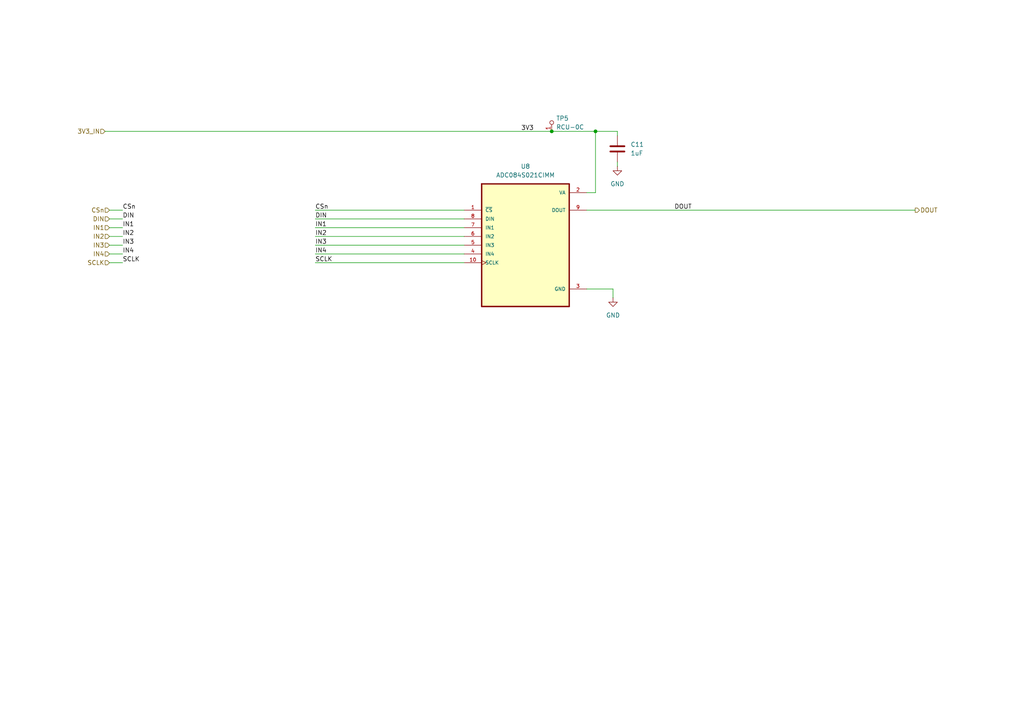
<source format=kicad_sch>
(kicad_sch
	(version 20231120)
	(generator "eeschema")
	(generator_version "8.0")
	(uuid "383ba6ed-a51a-4127-b880-682bf9cb4a48")
	(paper "A4")
	(lib_symbols
		(symbol "ADC084S021CIMM:ADC084S021CIMM"
			(pin_names
				(offset 1.016)
			)
			(exclude_from_sim no)
			(in_bom yes)
			(on_board yes)
			(property "Reference" "U"
				(at -12.7 18.78 0)
				(effects
					(font
						(size 1.27 1.27)
					)
					(justify left bottom)
				)
			)
			(property "Value" "ADC084S021CIMM"
				(at -12.7 -21.78 0)
				(effects
					(font
						(size 1.27 1.27)
					)
					(justify left bottom)
				)
			)
			(property "Footprint" "ADC084S021CIMM:SOP50P490X110-10N"
				(at 0 0 0)
				(effects
					(font
						(size 1.27 1.27)
					)
					(justify bottom)
					(hide yes)
				)
			)
			(property "Datasheet" ""
				(at 0 0 0)
				(effects
					(font
						(size 1.27 1.27)
					)
					(hide yes)
				)
			)
			(property "Description" ""
				(at 0 0 0)
				(effects
					(font
						(size 1.27 1.27)
					)
					(hide yes)
				)
			)
			(property "MF" "Texas Instruments"
				(at 0 0 0)
				(effects
					(font
						(size 1.27 1.27)
					)
					(justify bottom)
					(hide yes)
				)
			)
			(property "Description_1" "\n                        \n                            4 Channel, 50 ksps to 200 Ksps, 8-Bit A/D Converter\n                        \n"
				(at 0 0 0)
				(effects
					(font
						(size 1.27 1.27)
					)
					(justify bottom)
					(hide yes)
				)
			)
			(property "Package" "VSSOP-10 Texas Instruments"
				(at 0 0 0)
				(effects
					(font
						(size 1.27 1.27)
					)
					(justify bottom)
					(hide yes)
				)
			)
			(property "Price" "None"
				(at 0 0 0)
				(effects
					(font
						(size 1.27 1.27)
					)
					(justify bottom)
					(hide yes)
				)
			)
			(property "SnapEDA_Link" "https://www.snapeda.com/parts/ADC084S021CIMM/NOPB/Texas+Instruments/view-part/?ref=snap"
				(at 0 0 0)
				(effects
					(font
						(size 1.27 1.27)
					)
					(justify bottom)
					(hide yes)
				)
			)
			(property "MP" "ADC084S021CIMM/NOPB"
				(at 0 0 0)
				(effects
					(font
						(size 1.27 1.27)
					)
					(justify bottom)
					(hide yes)
				)
			)
			(property "Availability" "In Stock"
				(at 0 0 0)
				(effects
					(font
						(size 1.27 1.27)
					)
					(justify bottom)
					(hide yes)
				)
			)
			(property "Check_prices" "https://www.snapeda.com/parts/ADC084S021CIMM/NOPB/Texas+Instruments/view-part/?ref=eda"
				(at 0 0 0)
				(effects
					(font
						(size 1.27 1.27)
					)
					(justify bottom)
					(hide yes)
				)
			)
			(symbol "ADC084S021CIMM_0_0"
				(rectangle
					(start -12.7 -17.78)
					(end 12.7 17.78)
					(stroke
						(width 0.41)
						(type default)
					)
					(fill
						(type background)
					)
				)
				(pin input line
					(at -17.78 10.16 0)
					(length 5.08)
					(name "~{CS}"
						(effects
							(font
								(size 1.016 1.016)
							)
						)
					)
					(number "1"
						(effects
							(font
								(size 1.016 1.016)
							)
						)
					)
				)
				(pin input clock
					(at -17.78 -5.08 0)
					(length 5.08)
					(name "SCLK"
						(effects
							(font
								(size 1.016 1.016)
							)
						)
					)
					(number "10"
						(effects
							(font
								(size 1.016 1.016)
							)
						)
					)
				)
				(pin power_in line
					(at 17.78 15.24 180)
					(length 5.08)
					(name "VA"
						(effects
							(font
								(size 1.016 1.016)
							)
						)
					)
					(number "2"
						(effects
							(font
								(size 1.016 1.016)
							)
						)
					)
				)
				(pin power_in line
					(at 17.78 -12.7 180)
					(length 5.08)
					(name "GND"
						(effects
							(font
								(size 1.016 1.016)
							)
						)
					)
					(number "3"
						(effects
							(font
								(size 1.016 1.016)
							)
						)
					)
				)
				(pin input line
					(at -17.78 -2.54 0)
					(length 5.08)
					(name "IN4"
						(effects
							(font
								(size 1.016 1.016)
							)
						)
					)
					(number "4"
						(effects
							(font
								(size 1.016 1.016)
							)
						)
					)
				)
				(pin input line
					(at -17.78 0 0)
					(length 5.08)
					(name "IN3"
						(effects
							(font
								(size 1.016 1.016)
							)
						)
					)
					(number "5"
						(effects
							(font
								(size 1.016 1.016)
							)
						)
					)
				)
				(pin input line
					(at -17.78 2.54 0)
					(length 5.08)
					(name "IN2"
						(effects
							(font
								(size 1.016 1.016)
							)
						)
					)
					(number "6"
						(effects
							(font
								(size 1.016 1.016)
							)
						)
					)
				)
				(pin input line
					(at -17.78 5.08 0)
					(length 5.08)
					(name "IN1"
						(effects
							(font
								(size 1.016 1.016)
							)
						)
					)
					(number "7"
						(effects
							(font
								(size 1.016 1.016)
							)
						)
					)
				)
				(pin input line
					(at -17.78 7.62 0)
					(length 5.08)
					(name "DIN"
						(effects
							(font
								(size 1.016 1.016)
							)
						)
					)
					(number "8"
						(effects
							(font
								(size 1.016 1.016)
							)
						)
					)
				)
				(pin output line
					(at 17.78 10.16 180)
					(length 5.08)
					(name "DOUT"
						(effects
							(font
								(size 1.016 1.016)
							)
						)
					)
					(number "9"
						(effects
							(font
								(size 1.016 1.016)
							)
						)
					)
				)
			)
		)
		(symbol "Device:C"
			(pin_numbers hide)
			(pin_names
				(offset 0.254)
			)
			(exclude_from_sim no)
			(in_bom yes)
			(on_board yes)
			(property "Reference" "C"
				(at 0.635 2.54 0)
				(effects
					(font
						(size 1.27 1.27)
					)
					(justify left)
				)
			)
			(property "Value" "C"
				(at 0.635 -2.54 0)
				(effects
					(font
						(size 1.27 1.27)
					)
					(justify left)
				)
			)
			(property "Footprint" ""
				(at 0.9652 -3.81 0)
				(effects
					(font
						(size 1.27 1.27)
					)
					(hide yes)
				)
			)
			(property "Datasheet" "~"
				(at 0 0 0)
				(effects
					(font
						(size 1.27 1.27)
					)
					(hide yes)
				)
			)
			(property "Description" "Unpolarized capacitor"
				(at 0 0 0)
				(effects
					(font
						(size 1.27 1.27)
					)
					(hide yes)
				)
			)
			(property "ki_keywords" "cap capacitor"
				(at 0 0 0)
				(effects
					(font
						(size 1.27 1.27)
					)
					(hide yes)
				)
			)
			(property "ki_fp_filters" "C_*"
				(at 0 0 0)
				(effects
					(font
						(size 1.27 1.27)
					)
					(hide yes)
				)
			)
			(symbol "C_0_1"
				(polyline
					(pts
						(xy -2.032 -0.762) (xy 2.032 -0.762)
					)
					(stroke
						(width 0.508)
						(type default)
					)
					(fill
						(type none)
					)
				)
				(polyline
					(pts
						(xy -2.032 0.762) (xy 2.032 0.762)
					)
					(stroke
						(width 0.508)
						(type default)
					)
					(fill
						(type none)
					)
				)
			)
			(symbol "C_1_1"
				(pin passive line
					(at 0 3.81 270)
					(length 2.794)
					(name "~"
						(effects
							(font
								(size 1.27 1.27)
							)
						)
					)
					(number "1"
						(effects
							(font
								(size 1.27 1.27)
							)
						)
					)
				)
				(pin passive line
					(at 0 -3.81 90)
					(length 2.794)
					(name "~"
						(effects
							(font
								(size 1.27 1.27)
							)
						)
					)
					(number "2"
						(effects
							(font
								(size 1.27 1.27)
							)
						)
					)
				)
			)
		)
		(symbol "dk_Test-Points:RCU-0C"
			(pin_names
				(offset 1.016)
			)
			(exclude_from_sim no)
			(in_bom yes)
			(on_board yes)
			(property "Reference" "TP"
				(at -2.54 1.27 0)
				(effects
					(font
						(size 1.27 1.27)
					)
					(justify right)
				)
			)
			(property "Value" "RCU-0C"
				(at 0 -2.54 0)
				(effects
					(font
						(size 1.27 1.27)
					)
				)
			)
			(property "Footprint" "digikey-footprints:PROBE_PAD_0603"
				(at 5.08 5.08 0)
				(effects
					(font
						(size 1.524 1.524)
					)
					(justify left)
					(hide yes)
				)
			)
			(property "Datasheet" "https://www.te.com/commerce/DocumentDelivery/DDEController?Action=srchrtrv&DocNm=1773266&DocType=DS&DocLang=English"
				(at 5.08 7.62 0)
				(effects
					(font
						(size 1.524 1.524)
					)
					(justify left)
					(hide yes)
				)
			)
			(property "Description" "PC TEST POINT NATURAL"
				(at 0 0 0)
				(effects
					(font
						(size 1.27 1.27)
					)
					(hide yes)
				)
			)
			(property "Digi-Key_PN" "A106145CT-ND"
				(at 5.08 10.16 0)
				(effects
					(font
						(size 1.524 1.524)
					)
					(justify left)
					(hide yes)
				)
			)
			(property "MPN" "RCU-0C"
				(at 5.08 12.7 0)
				(effects
					(font
						(size 1.524 1.524)
					)
					(justify left)
					(hide yes)
				)
			)
			(property "Category" "Test and Measurement"
				(at 5.08 15.24 0)
				(effects
					(font
						(size 1.524 1.524)
					)
					(justify left)
					(hide yes)
				)
			)
			(property "Family" "Test Points"
				(at 5.08 17.78 0)
				(effects
					(font
						(size 1.524 1.524)
					)
					(justify left)
					(hide yes)
				)
			)
			(property "DK_Datasheet_Link" "https://www.te.com/commerce/DocumentDelivery/DDEController?Action=srchrtrv&DocNm=1773266&DocType=DS&DocLang=English"
				(at 5.08 20.32 0)
				(effects
					(font
						(size 1.524 1.524)
					)
					(justify left)
					(hide yes)
				)
			)
			(property "DK_Detail_Page" "/product-detail/en/te-connectivity-amp-connectors/RCU-0C/A106145CT-ND/3477802"
				(at 5.08 22.86 0)
				(effects
					(font
						(size 1.524 1.524)
					)
					(justify left)
					(hide yes)
				)
			)
			(property "Description_1" "PC TEST POINT NATURAL"
				(at 5.08 25.4 0)
				(effects
					(font
						(size 1.524 1.524)
					)
					(justify left)
					(hide yes)
				)
			)
			(property "Manufacturer" "TE Connectivity AMP Connectors"
				(at 5.08 27.94 0)
				(effects
					(font
						(size 1.524 1.524)
					)
					(justify left)
					(hide yes)
				)
			)
			(property "Status" "Active"
				(at 5.08 30.48 0)
				(effects
					(font
						(size 1.524 1.524)
					)
					(justify left)
					(hide yes)
				)
			)
			(property "ki_keywords" "A106145CT-ND RC, CGS"
				(at 0 0 0)
				(effects
					(font
						(size 1.27 1.27)
					)
					(hide yes)
				)
			)
			(symbol "RCU-0C_0_1"
				(circle
					(center 0 0)
					(radius 0.5588)
					(stroke
						(width 0)
						(type solid)
					)
					(fill
						(type none)
					)
				)
			)
			(symbol "RCU-0C_1_1"
				(pin passive line
					(at 0 2.54 270)
					(length 1.905)
					(name "~"
						(effects
							(font
								(size 1.27 1.27)
							)
						)
					)
					(number "1"
						(effects
							(font
								(size 1.27 1.27)
							)
						)
					)
				)
			)
		)
		(symbol "power:GND"
			(power)
			(pin_numbers hide)
			(pin_names
				(offset 0) hide)
			(exclude_from_sim no)
			(in_bom yes)
			(on_board yes)
			(property "Reference" "#PWR"
				(at 0 -6.35 0)
				(effects
					(font
						(size 1.27 1.27)
					)
					(hide yes)
				)
			)
			(property "Value" "GND"
				(at 0 -3.81 0)
				(effects
					(font
						(size 1.27 1.27)
					)
				)
			)
			(property "Footprint" ""
				(at 0 0 0)
				(effects
					(font
						(size 1.27 1.27)
					)
					(hide yes)
				)
			)
			(property "Datasheet" ""
				(at 0 0 0)
				(effects
					(font
						(size 1.27 1.27)
					)
					(hide yes)
				)
			)
			(property "Description" "Power symbol creates a global label with name \"GND\" , ground"
				(at 0 0 0)
				(effects
					(font
						(size 1.27 1.27)
					)
					(hide yes)
				)
			)
			(property "ki_keywords" "global power"
				(at 0 0 0)
				(effects
					(font
						(size 1.27 1.27)
					)
					(hide yes)
				)
			)
			(symbol "GND_0_1"
				(polyline
					(pts
						(xy 0 0) (xy 0 -1.27) (xy 1.27 -1.27) (xy 0 -2.54) (xy -1.27 -1.27) (xy 0 -1.27)
					)
					(stroke
						(width 0)
						(type default)
					)
					(fill
						(type none)
					)
				)
			)
			(symbol "GND_1_1"
				(pin power_in line
					(at 0 0 270)
					(length 0)
					(name "~"
						(effects
							(font
								(size 1.27 1.27)
							)
						)
					)
					(number "1"
						(effects
							(font
								(size 1.27 1.27)
							)
						)
					)
				)
			)
		)
	)
	(junction
		(at 172.72 38.1)
		(diameter 0)
		(color 0 0 0 0)
		(uuid "8b1e6150-2350-438b-81d5-f95a45b13ede")
	)
	(junction
		(at 160.02 38.1)
		(diameter 0)
		(color 0 0 0 0)
		(uuid "8d9322c6-f2f3-4eba-921e-304a5f2a55e9")
	)
	(wire
		(pts
			(xy 30.48 38.1) (xy 160.02 38.1)
		)
		(stroke
			(width 0)
			(type default)
		)
		(uuid "04d81ec9-c7e9-4d38-b00d-674c52a6d318")
	)
	(wire
		(pts
			(xy 31.75 60.96) (xy 35.56 60.96)
		)
		(stroke
			(width 0)
			(type default)
		)
		(uuid "1e259706-12fe-49bb-8743-64382e404320")
	)
	(wire
		(pts
			(xy 91.44 73.66) (xy 134.62 73.66)
		)
		(stroke
			(width 0)
			(type default)
		)
		(uuid "203b9790-86f5-44c3-9d82-396e4b96cfce")
	)
	(wire
		(pts
			(xy 160.02 38.1) (xy 172.72 38.1)
		)
		(stroke
			(width 0)
			(type default)
		)
		(uuid "264200c0-85ee-4251-a1b8-3ba67b8c9494")
	)
	(wire
		(pts
			(xy 31.75 73.66) (xy 35.56 73.66)
		)
		(stroke
			(width 0)
			(type default)
		)
		(uuid "325a1320-d2f1-4ad5-a167-809eaee6ea6a")
	)
	(wire
		(pts
			(xy 170.18 83.82) (xy 177.8 83.82)
		)
		(stroke
			(width 0)
			(type default)
		)
		(uuid "32755ced-d87b-4253-8328-513b845b75ed")
	)
	(wire
		(pts
			(xy 31.75 76.2) (xy 35.56 76.2)
		)
		(stroke
			(width 0)
			(type default)
		)
		(uuid "346cb326-9194-49a9-8f0d-a566529511f5")
	)
	(wire
		(pts
			(xy 91.44 68.58) (xy 134.62 68.58)
		)
		(stroke
			(width 0)
			(type default)
		)
		(uuid "35bda774-7435-42fa-baa1-0ec3cb931c74")
	)
	(wire
		(pts
			(xy 177.8 83.82) (xy 177.8 86.36)
		)
		(stroke
			(width 0)
			(type default)
		)
		(uuid "392555ea-8eb5-4d69-b6a9-b3a87488dc5d")
	)
	(wire
		(pts
			(xy 172.72 55.88) (xy 170.18 55.88)
		)
		(stroke
			(width 0)
			(type default)
		)
		(uuid "41741512-a08a-42aa-89dc-64c341b2a079")
	)
	(wire
		(pts
			(xy 91.44 76.2) (xy 134.62 76.2)
		)
		(stroke
			(width 0)
			(type default)
		)
		(uuid "605c0b80-052f-49ff-8a0c-3451eed992f1")
	)
	(wire
		(pts
			(xy 91.44 66.04) (xy 134.62 66.04)
		)
		(stroke
			(width 0)
			(type default)
		)
		(uuid "6b372b69-5353-4ee6-bdcb-8a83eff546bf")
	)
	(wire
		(pts
			(xy 179.07 39.37) (xy 179.07 38.1)
		)
		(stroke
			(width 0)
			(type default)
		)
		(uuid "77096de7-dcf2-41ef-ad37-97c76b59396a")
	)
	(wire
		(pts
			(xy 31.75 71.12) (xy 35.56 71.12)
		)
		(stroke
			(width 0)
			(type default)
		)
		(uuid "7fea5f4e-631b-4f82-931f-9f4158cf66c9")
	)
	(wire
		(pts
			(xy 31.75 63.5) (xy 35.56 63.5)
		)
		(stroke
			(width 0)
			(type default)
		)
		(uuid "961be0fc-2b1f-4383-b3d2-eb0545ef134f")
	)
	(wire
		(pts
			(xy 31.75 68.58) (xy 35.56 68.58)
		)
		(stroke
			(width 0)
			(type default)
		)
		(uuid "9d93c3cd-4b93-45a4-bd4e-d66c953aefc6")
	)
	(wire
		(pts
			(xy 91.44 63.5) (xy 134.62 63.5)
		)
		(stroke
			(width 0)
			(type default)
		)
		(uuid "aa24c9cc-36b3-4731-9d11-98478b4aaa18")
	)
	(wire
		(pts
			(xy 179.07 48.26) (xy 179.07 46.99)
		)
		(stroke
			(width 0)
			(type default)
		)
		(uuid "acf3dbe1-e70f-4b8d-9b8f-6a71f586e7e8")
	)
	(wire
		(pts
			(xy 170.18 60.96) (xy 265.43 60.96)
		)
		(stroke
			(width 0)
			(type default)
		)
		(uuid "b9d427fe-2a65-41a8-b952-5d3974ca8c28")
	)
	(wire
		(pts
			(xy 172.72 38.1) (xy 172.72 55.88)
		)
		(stroke
			(width 0)
			(type default)
		)
		(uuid "bdb4a9d7-cb4d-447a-8054-4e08d0f522f1")
	)
	(wire
		(pts
			(xy 91.44 60.96) (xy 134.62 60.96)
		)
		(stroke
			(width 0)
			(type default)
		)
		(uuid "cab181a2-b943-4b07-b074-3f071224424a")
	)
	(wire
		(pts
			(xy 91.44 71.12) (xy 134.62 71.12)
		)
		(stroke
			(width 0)
			(type default)
		)
		(uuid "d6c13ff6-9f11-40c1-ae17-c6db57834eee")
	)
	(wire
		(pts
			(xy 179.07 38.1) (xy 172.72 38.1)
		)
		(stroke
			(width 0)
			(type default)
		)
		(uuid "deda79b9-13ee-4d2d-a477-44d224e8d7ac")
	)
	(wire
		(pts
			(xy 31.75 66.04) (xy 35.56 66.04)
		)
		(stroke
			(width 0)
			(type default)
		)
		(uuid "dffa685d-7902-4558-97a7-6cd2589bc6c8")
	)
	(label "DOUT"
		(at 195.58 60.96 0)
		(fields_autoplaced yes)
		(effects
			(font
				(size 1.27 1.27)
			)
			(justify left bottom)
		)
		(uuid "12b01d7b-c6e3-4f6d-9619-59841a53c005")
	)
	(label "DIN"
		(at 91.44 63.5 0)
		(fields_autoplaced yes)
		(effects
			(font
				(size 1.27 1.27)
			)
			(justify left bottom)
		)
		(uuid "3aefe4bd-8223-42fb-9e6b-04051d73f1bc")
	)
	(label "SCLK"
		(at 35.56 76.2 0)
		(fields_autoplaced yes)
		(effects
			(font
				(size 1.27 1.27)
			)
			(justify left bottom)
		)
		(uuid "52c2f43e-32c9-4738-a7ec-76fa63f06aec")
	)
	(label "3V3"
		(at 151.13 38.1 0)
		(fields_autoplaced yes)
		(effects
			(font
				(size 1.27 1.27)
			)
			(justify left bottom)
		)
		(uuid "58359db0-e02b-4848-912e-e191f4cc59ec")
	)
	(label "IN2"
		(at 91.44 68.58 0)
		(fields_autoplaced yes)
		(effects
			(font
				(size 1.27 1.27)
			)
			(justify left bottom)
		)
		(uuid "5dc1376d-c533-4fb1-95a8-45ae74d50031")
	)
	(label "CSn"
		(at 35.56 60.96 0)
		(fields_autoplaced yes)
		(effects
			(font
				(size 1.27 1.27)
			)
			(justify left bottom)
		)
		(uuid "6d4bf4a6-1d32-4bd7-80a7-fd09b32d0830")
	)
	(label "CSn"
		(at 91.44 60.96 0)
		(fields_autoplaced yes)
		(effects
			(font
				(size 1.27 1.27)
			)
			(justify left bottom)
		)
		(uuid "80f64fd2-9a1e-482b-912a-60e9fdc4cf5c")
	)
	(label "SCLK"
		(at 91.44 76.2 0)
		(fields_autoplaced yes)
		(effects
			(font
				(size 1.27 1.27)
			)
			(justify left bottom)
		)
		(uuid "8fdade5c-296f-4c4c-8057-91babf9a60c3")
	)
	(label "IN1"
		(at 91.44 66.04 0)
		(fields_autoplaced yes)
		(effects
			(font
				(size 1.27 1.27)
			)
			(justify left bottom)
		)
		(uuid "a5bee2ec-d726-4a47-b7e5-41ed4f01a452")
	)
	(label "IN3"
		(at 91.44 71.12 0)
		(fields_autoplaced yes)
		(effects
			(font
				(size 1.27 1.27)
			)
			(justify left bottom)
		)
		(uuid "b064f3b4-fdba-4f08-8619-ac0b51092c97")
	)
	(label "IN1"
		(at 35.56 66.04 0)
		(fields_autoplaced yes)
		(effects
			(font
				(size 1.27 1.27)
			)
			(justify left bottom)
		)
		(uuid "bde448ee-ed6b-4140-b7be-ca1848d4207a")
	)
	(label "IN4"
		(at 35.56 73.66 0)
		(fields_autoplaced yes)
		(effects
			(font
				(size 1.27 1.27)
			)
			(justify left bottom)
		)
		(uuid "cf6c8961-8604-4e13-bc4a-4bbe43c3ffb3")
	)
	(label "DIN"
		(at 35.56 63.5 0)
		(fields_autoplaced yes)
		(effects
			(font
				(size 1.27 1.27)
			)
			(justify left bottom)
		)
		(uuid "d12cc8ea-bbee-4aeb-b18c-ad32fc0967b3")
	)
	(label "IN4"
		(at 91.44 73.66 0)
		(fields_autoplaced yes)
		(effects
			(font
				(size 1.27 1.27)
			)
			(justify left bottom)
		)
		(uuid "f06f2541-c6ab-43c2-b057-c1a7976da2c0")
	)
	(label "IN3"
		(at 35.56 71.12 0)
		(fields_autoplaced yes)
		(effects
			(font
				(size 1.27 1.27)
			)
			(justify left bottom)
		)
		(uuid "f0ea108d-784d-46b3-b5e0-33f5e2561ecd")
	)
	(label "IN2"
		(at 35.56 68.58 0)
		(fields_autoplaced yes)
		(effects
			(font
				(size 1.27 1.27)
			)
			(justify left bottom)
		)
		(uuid "fbdf56f8-22d6-4656-99ff-e32f81b54d7d")
	)
	(hierarchical_label "3V3_IN"
		(shape input)
		(at 30.48 38.1 180)
		(fields_autoplaced yes)
		(effects
			(font
				(size 1.27 1.27)
			)
			(justify right)
		)
		(uuid "03d7aa7a-88fb-4160-8b4c-a78728cf1e5b")
	)
	(hierarchical_label "DIN"
		(shape input)
		(at 31.75 63.5 180)
		(fields_autoplaced yes)
		(effects
			(font
				(size 1.27 1.27)
			)
			(justify right)
		)
		(uuid "11fa634d-7ccd-4cd1-8967-acb8dfe8ea76")
	)
	(hierarchical_label "DOUT"
		(shape output)
		(at 265.43 60.96 0)
		(fields_autoplaced yes)
		(effects
			(font
				(size 1.27 1.27)
			)
			(justify left)
		)
		(uuid "2150269d-6a4f-40b2-a120-fb64b33fc8e4")
	)
	(hierarchical_label "CSn"
		(shape input)
		(at 31.75 60.96 180)
		(fields_autoplaced yes)
		(effects
			(font
				(size 1.27 1.27)
			)
			(justify right)
		)
		(uuid "8a8cf88b-87cd-4634-aa43-332491b6a446")
	)
	(hierarchical_label "IN4"
		(shape input)
		(at 31.75 73.66 180)
		(fields_autoplaced yes)
		(effects
			(font
				(size 1.27 1.27)
			)
			(justify right)
		)
		(uuid "a611282f-aede-4498-a8a5-382e4351b517")
	)
	(hierarchical_label "IN1"
		(shape input)
		(at 31.75 66.04 180)
		(fields_autoplaced yes)
		(effects
			(font
				(size 1.27 1.27)
			)
			(justify right)
		)
		(uuid "b2029305-3d08-484d-ad69-52ff3be3b66b")
	)
	(hierarchical_label "IN2"
		(shape input)
		(at 31.75 68.58 180)
		(fields_autoplaced yes)
		(effects
			(font
				(size 1.27 1.27)
			)
			(justify right)
		)
		(uuid "e7c56437-20c2-46dd-8192-25c6d943cdbe")
	)
	(hierarchical_label "IN3"
		(shape input)
		(at 31.75 71.12 180)
		(fields_autoplaced yes)
		(effects
			(font
				(size 1.27 1.27)
			)
			(justify right)
		)
		(uuid "e80931fe-1cb2-433c-9189-013d0782e772")
	)
	(hierarchical_label "SCLK"
		(shape input)
		(at 31.75 76.2 180)
		(fields_autoplaced yes)
		(effects
			(font
				(size 1.27 1.27)
			)
			(justify right)
		)
		(uuid "ea2803ef-063f-49c4-9c21-6ea639645890")
	)
	(symbol
		(lib_id "power:GND")
		(at 179.07 48.26 0)
		(unit 1)
		(exclude_from_sim no)
		(in_bom yes)
		(on_board yes)
		(dnp no)
		(fields_autoplaced yes)
		(uuid "5648c886-48e5-4a80-b580-fbe5e5550e44")
		(property "Reference" "#PWR03"
			(at 179.07 54.61 0)
			(effects
				(font
					(size 1.27 1.27)
				)
				(hide yes)
			)
		)
		(property "Value" "GND"
			(at 179.07 53.34 0)
			(effects
				(font
					(size 1.27 1.27)
				)
			)
		)
		(property "Footprint" ""
			(at 179.07 48.26 0)
			(effects
				(font
					(size 1.27 1.27)
				)
				(hide yes)
			)
		)
		(property "Datasheet" ""
			(at 179.07 48.26 0)
			(effects
				(font
					(size 1.27 1.27)
				)
				(hide yes)
			)
		)
		(property "Description" "Power symbol creates a global label with name \"GND\" , ground"
			(at 179.07 48.26 0)
			(effects
				(font
					(size 1.27 1.27)
				)
				(hide yes)
			)
		)
		(pin "1"
			(uuid "788eecfb-0b1d-4da0-90cc-b8530222140f")
		)
		(instances
			(project "CAN_adc"
				(path "/1df8730d-08fe-45e0-ad7a-188e7e19f35e/caf2c67e-dee4-4ebc-b348-7e6ef68d2218"
					(reference "#PWR03")
					(unit 1)
				)
			)
		)
	)
	(symbol
		(lib_id "Device:C")
		(at 179.07 43.18 0)
		(unit 1)
		(exclude_from_sim no)
		(in_bom yes)
		(on_board yes)
		(dnp no)
		(uuid "a7f3e7c9-e1cc-4a4b-86f0-5c09eba6800c")
		(property "Reference" "C11"
			(at 182.88 41.9099 0)
			(effects
				(font
					(size 1.27 1.27)
				)
				(justify left)
			)
		)
		(property "Value" "1uF"
			(at 182.88 44.4499 0)
			(effects
				(font
					(size 1.27 1.27)
				)
				(justify left)
			)
		)
		(property "Footprint" "Capacitor_SMD:C_0603_1608Metric_Pad1.08x0.95mm_HandSolder"
			(at 180.0352 46.99 0)
			(effects
				(font
					(size 1.27 1.27)
				)
				(hide yes)
			)
		)
		(property "Datasheet" "~"
			(at 179.07 43.18 0)
			(effects
				(font
					(size 1.27 1.27)
				)
				(hide yes)
			)
		)
		(property "Description" "Unpolarized capacitor"
			(at 179.07 43.18 0)
			(effects
				(font
					(size 1.27 1.27)
				)
				(hide yes)
			)
		)
		(property "Part Number" "CL10B105KA8NNNC"
			(at 185.928 40.64 0)
			(effects
				(font
					(size 1.27 1.27)
				)
				(hide yes)
			)
		)
		(pin "1"
			(uuid "f09977bd-e409-4d2a-8de1-8be07757c396")
		)
		(pin "2"
			(uuid "3f3dd42b-ca1d-4171-abb2-10b2c4d9e900")
		)
		(instances
			(project "CAN_adc"
				(path "/1df8730d-08fe-45e0-ad7a-188e7e19f35e/caf2c67e-dee4-4ebc-b348-7e6ef68d2218"
					(reference "C11")
					(unit 1)
				)
			)
		)
	)
	(symbol
		(lib_id "ADC084S021CIMM:ADC084S021CIMM")
		(at 152.4 71.12 0)
		(unit 1)
		(exclude_from_sim no)
		(in_bom yes)
		(on_board yes)
		(dnp no)
		(fields_autoplaced yes)
		(uuid "c2644fac-f603-4324-b162-fe19daa1c794")
		(property "Reference" "U8"
			(at 152.4 48.26 0)
			(effects
				(font
					(size 1.27 1.27)
				)
			)
		)
		(property "Value" "ADC084S021CIMM"
			(at 152.4 50.8 0)
			(effects
				(font
					(size 1.27 1.27)
				)
			)
		)
		(property "Footprint" "ADC084S021CIMM:SOP50P490X110-10N"
			(at 152.4 71.12 0)
			(effects
				(font
					(size 1.27 1.27)
				)
				(justify bottom)
				(hide yes)
			)
		)
		(property "Datasheet" ""
			(at 152.4 71.12 0)
			(effects
				(font
					(size 1.27 1.27)
				)
				(hide yes)
			)
		)
		(property "Description" ""
			(at 152.4 71.12 0)
			(effects
				(font
					(size 1.27 1.27)
				)
				(hide yes)
			)
		)
		(property "MF" "Texas Instruments"
			(at 152.4 71.12 0)
			(effects
				(font
					(size 1.27 1.27)
				)
				(justify bottom)
				(hide yes)
			)
		)
		(property "Description_1" "\n                        \n                            4 Channel, 50 ksps to 200 Ksps, 8-Bit A/D Converter\n                        \n"
			(at 152.4 71.12 0)
			(effects
				(font
					(size 1.27 1.27)
				)
				(justify bottom)
				(hide yes)
			)
		)
		(property "Package" "VSSOP-10 Texas Instruments"
			(at 152.4 71.12 0)
			(effects
				(font
					(size 1.27 1.27)
				)
				(justify bottom)
				(hide yes)
			)
		)
		(property "Price" "None"
			(at 152.4 71.12 0)
			(effects
				(font
					(size 1.27 1.27)
				)
				(justify bottom)
				(hide yes)
			)
		)
		(property "SnapEDA_Link" "https://www.snapeda.com/parts/ADC084S021CIMM/NOPB/Texas+Instruments/view-part/?ref=snap"
			(at 152.4 71.12 0)
			(effects
				(font
					(size 1.27 1.27)
				)
				(justify bottom)
				(hide yes)
			)
		)
		(property "MP" "ADC084S021CIMM/NOPB"
			(at 152.4 71.12 0)
			(effects
				(font
					(size 1.27 1.27)
				)
				(justify bottom)
				(hide yes)
			)
		)
		(property "Availability" "In Stock"
			(at 152.4 71.12 0)
			(effects
				(font
					(size 1.27 1.27)
				)
				(justify bottom)
				(hide yes)
			)
		)
		(property "Check_prices" "https://www.snapeda.com/parts/ADC084S021CIMM/NOPB/Texas+Instruments/view-part/?ref=eda"
			(at 152.4 71.12 0)
			(effects
				(font
					(size 1.27 1.27)
				)
				(justify bottom)
				(hide yes)
			)
		)
		(pin "10"
			(uuid "bfa12034-31fb-445f-b371-4e4b41846723")
		)
		(pin "4"
			(uuid "d0f43c3e-acfc-40a8-a1cf-537810c23add")
		)
		(pin "2"
			(uuid "75e834ea-6f7c-4e1d-9def-502dd1677550")
		)
		(pin "7"
			(uuid "6f25cca8-a525-4906-89ad-b38b4c5f7bc3")
		)
		(pin "9"
			(uuid "ec10a72c-1d74-43d6-bdfb-71c4c85504d3")
		)
		(pin "1"
			(uuid "e726a226-fe5b-463e-a88c-e00418769289")
		)
		(pin "8"
			(uuid "dc2ed11d-3588-47bd-891b-8e8ddcb37781")
		)
		(pin "3"
			(uuid "d7d523c8-b524-42a5-b17e-84977a249f98")
		)
		(pin "6"
			(uuid "cfa41468-31ca-4486-99d1-43f2d381690d")
		)
		(pin "5"
			(uuid "461cb094-49de-45e6-9dc4-d3873d85cbe8")
		)
		(instances
			(project ""
				(path "/1df8730d-08fe-45e0-ad7a-188e7e19f35e/caf2c67e-dee4-4ebc-b348-7e6ef68d2218"
					(reference "U8")
					(unit 1)
				)
			)
		)
	)
	(symbol
		(lib_id "power:GND")
		(at 177.8 86.36 0)
		(unit 1)
		(exclude_from_sim no)
		(in_bom yes)
		(on_board yes)
		(dnp no)
		(fields_autoplaced yes)
		(uuid "ca04ec0b-1aab-4be0-9fc3-d83d84bfc253")
		(property "Reference" "#PWR021"
			(at 177.8 92.71 0)
			(effects
				(font
					(size 1.27 1.27)
				)
				(hide yes)
			)
		)
		(property "Value" "GND"
			(at 177.8 91.44 0)
			(effects
				(font
					(size 1.27 1.27)
				)
			)
		)
		(property "Footprint" ""
			(at 177.8 86.36 0)
			(effects
				(font
					(size 1.27 1.27)
				)
				(hide yes)
			)
		)
		(property "Datasheet" ""
			(at 177.8 86.36 0)
			(effects
				(font
					(size 1.27 1.27)
				)
				(hide yes)
			)
		)
		(property "Description" "Power symbol creates a global label with name \"GND\" , ground"
			(at 177.8 86.36 0)
			(effects
				(font
					(size 1.27 1.27)
				)
				(hide yes)
			)
		)
		(pin "1"
			(uuid "c65cfee6-446a-4b2f-bb5c-1f961568f13f")
		)
		(instances
			(project "CAN_adc"
				(path "/1df8730d-08fe-45e0-ad7a-188e7e19f35e/caf2c67e-dee4-4ebc-b348-7e6ef68d2218"
					(reference "#PWR021")
					(unit 1)
				)
			)
		)
	)
	(symbol
		(lib_id "dk_Test-Points:RCU-0C")
		(at 160.02 35.56 180)
		(unit 1)
		(exclude_from_sim no)
		(in_bom yes)
		(on_board yes)
		(dnp no)
		(fields_autoplaced yes)
		(uuid "edd5571f-1106-4c1e-900b-b8adfabd0b77")
		(property "Reference" "TP5"
			(at 161.29 34.328 0)
			(effects
				(font
					(size 1.27 1.27)
				)
				(justify right)
			)
		)
		(property "Value" "RCU-0C"
			(at 161.29 36.868 0)
			(effects
				(font
					(size 1.27 1.27)
				)
				(justify right)
			)
		)
		(property "Footprint" "digikey-footprints:PROBE_PAD_0603"
			(at 154.94 40.64 0)
			(effects
				(font
					(size 1.524 1.524)
				)
				(justify left)
				(hide yes)
			)
		)
		(property "Datasheet" "https://www.te.com/commerce/DocumentDelivery/DDEController?Action=srchrtrv&DocNm=1773266&DocType=DS&DocLang=English"
			(at 154.94 43.18 0)
			(effects
				(font
					(size 1.524 1.524)
				)
				(justify left)
				(hide yes)
			)
		)
		(property "Description" "PC TEST POINT NATURAL"
			(at 160.02 35.56 0)
			(effects
				(font
					(size 1.27 1.27)
				)
				(hide yes)
			)
		)
		(property "Digi-Key_PN" "A106145CT-ND"
			(at 154.94 45.72 0)
			(effects
				(font
					(size 1.524 1.524)
				)
				(justify left)
				(hide yes)
			)
		)
		(property "MPN" "RCU-0C"
			(at 154.94 48.26 0)
			(effects
				(font
					(size 1.524 1.524)
				)
				(justify left)
				(hide yes)
			)
		)
		(property "Category" "Test and Measurement"
			(at 154.94 50.8 0)
			(effects
				(font
					(size 1.524 1.524)
				)
				(justify left)
				(hide yes)
			)
		)
		(property "Family" "Test Points"
			(at 154.94 53.34 0)
			(effects
				(font
					(size 1.524 1.524)
				)
				(justify left)
				(hide yes)
			)
		)
		(property "DK_Datasheet_Link" "https://www.te.com/commerce/DocumentDelivery/DDEController?Action=srchrtrv&DocNm=1773266&DocType=DS&DocLang=English"
			(at 154.94 55.88 0)
			(effects
				(font
					(size 1.524 1.524)
				)
				(justify left)
				(hide yes)
			)
		)
		(property "DK_Detail_Page" "/product-detail/en/te-connectivity-amp-connectors/RCU-0C/A106145CT-ND/3477802"
			(at 154.94 58.42 0)
			(effects
				(font
					(size 1.524 1.524)
				)
				(justify left)
				(hide yes)
			)
		)
		(property "Description_1" "PC TEST POINT NATURAL"
			(at 154.94 60.96 0)
			(effects
				(font
					(size 1.524 1.524)
				)
				(justify left)
				(hide yes)
			)
		)
		(property "Manufacturer" "TE Connectivity AMP Connectors"
			(at 154.94 63.5 0)
			(effects
				(font
					(size 1.524 1.524)
				)
				(justify left)
				(hide yes)
			)
		)
		(property "Status" "Active"
			(at 154.94 66.04 0)
			(effects
				(font
					(size 1.524 1.524)
				)
				(justify left)
				(hide yes)
			)
		)
		(pin "1"
			(uuid "16794fc8-46ab-4f6e-a1f5-76b662a9505e")
		)
		(instances
			(project "CAN_adc"
				(path "/1df8730d-08fe-45e0-ad7a-188e7e19f35e/caf2c67e-dee4-4ebc-b348-7e6ef68d2218"
					(reference "TP5")
					(unit 1)
				)
			)
		)
	)
)

</source>
